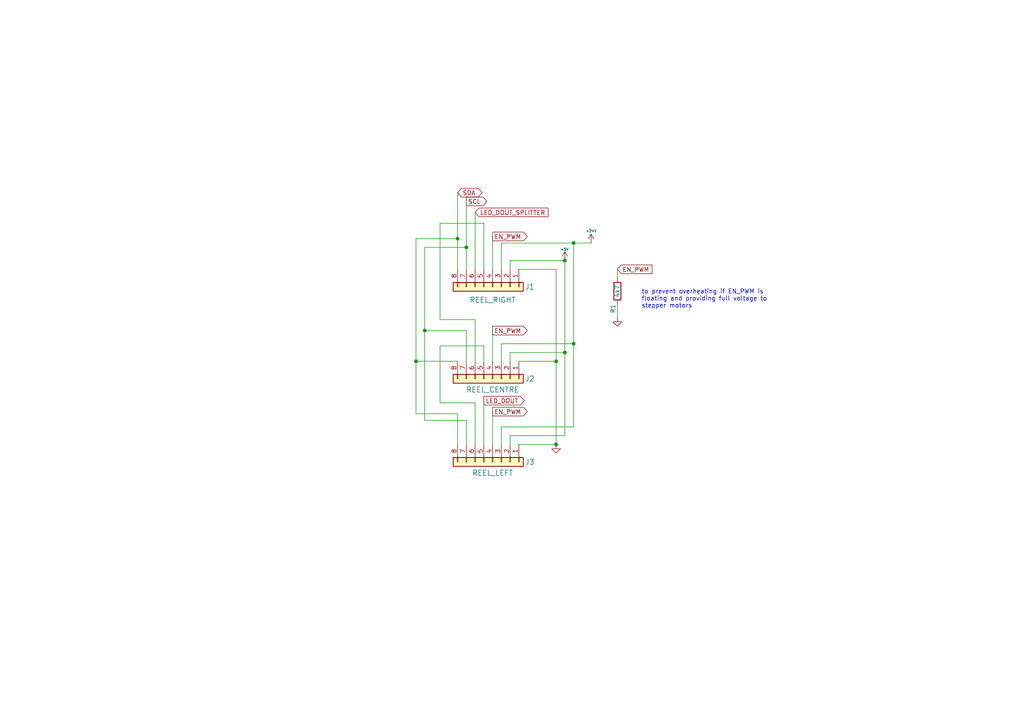
<source format=kicad_sch>
(kicad_sch (version 20211123) (generator eeschema)
  (paper "A4")
  (title_block (title "System22 CPU") (date "2022-09-28") (rev "1.0") (company "Woods Amusements"))
  (lib_symbols
    (symbol "Connector_Generic:Conn_01x08" (pin_names (offset 1.016) hide)
      (property "Reference" "J" (at 0 10.16 0))
      (property "Value" "Conn_01x08" (at 0 -12.7 0))
      (symbol "Conn_01x08_1_1"
        (rectangle (start -1.27 -10.033) (end 0 -10.287) (stroke (width 0.1524)))
        (rectangle (start -1.27 -7.493) (end 0 -7.747) (stroke (width 0.1524)))
        (rectangle (start -1.27 -4.953) (end 0 -5.207) (stroke (width 0.1524)))
        (rectangle (start -1.27 -2.413) (end 0 -2.667) (stroke (width 0.1524)))
        (rectangle (start -1.27 0.127) (end 0 -0.127) (stroke (width 0.1524)))
        (rectangle (start -1.27 2.667) (end 0 2.413) (stroke (width 0.1524)))
        (rectangle (start -1.27 5.207) (end 0 4.953) (stroke (width 0.1524)))
        (rectangle (start -1.27 7.747) (end 0 7.493) (stroke (width 0.1524)))
        (rectangle (start -1.27 8.89) (end 1.27 -11.43) (stroke (width 0.254)) (fill (type background)))
        (pin passive line (at -5.08 7.62 0) (length 3.81) (name "Pin_1") (number "1"))
        (pin passive line (at -5.08 5.08 0) (length 3.81) (name "Pin_2") (number "2"))
        (pin passive line (at -5.08 2.54 0) (length 3.81) (name "Pin_3") (number "3"))
        (pin passive line (at -5.08 0 0) (length 3.81) (name "Pin_4") (number "4"))
        (pin passive line (at -5.08 -2.54 0) (length 3.81) (name "Pin_5") (number "5"))
        (pin passive line (at -5.08 -5.08 0) (length 3.81) (name "Pin_6") (number "6"))
        (pin passive line (at -5.08 -7.62 0) (length 3.81) (name "Pin_7") (number "7"))
        (pin passive line (at -5.08 -10.16 0) (length 3.81) (name "Pin_8") (number "8"))
      )
    )
    (symbol "Device:R" (pin_numbers hide) (pin_names (offset 0))
      (property "Reference" "R" (at 2.032 0 90))
      (property "Value" "R" (at 0 0 90))
      (symbol "R_0_1"
        (rectangle (start -1.016 -2.54) (end 1.016 2.54) (stroke (width 0.254)))
      )
      (symbol "R_1_1"
        (pin passive line (at 0 3.81 270) (length 1.27) (name "~") (number "1"))
        (pin passive line (at 0 -3.81 90) (length 1.27) (name "~") (number "2"))
      )
    )
    (symbol "power:+24V" (power) (pin_names (offset 0))
      (property "Value" "+24V" (at 0 3.556 0))
      (symbol "+24V_0_1"
        (polyline (pts (xy -0.762 1.27) (xy 0 2.54)))
        (polyline (pts (xy 0 0) (xy 0 2.54)))
        (polyline (pts (xy 0 2.54) (xy 0.762 1.27)))
      )
      (symbol "+24V_1_1"
        (pin power_in line (at 0 0 90) (length 0) hide (name "+24V") (number "1"))
      )
    )
    (symbol "power:+5V" (power) (pin_names (offset 0))
      (property "Value" "+5V" (at 0 3.556 0))
      (symbol "+5V_0_1"
        (polyline (pts (xy -0.762 1.27) (xy 0 2.54)))
        (polyline (pts (xy 0 0) (xy 0 2.54)))
        (polyline (pts (xy 0 2.54) (xy 0.762 1.27)))
      )
      (symbol "+5V_1_1"
        (pin power_in line (at 0 0 90) (length 0) hide (name "+5V") (number "1"))
      )
    )
    (symbol "power:GND" (power) (pin_names (offset 0))
      (property "Value" "GND" (at 0 -3.81 0))
      (symbol "GND_0_1"
        (polyline (pts (xy 0 0) (xy 0 -1.27) (xy 1.27 -1.27) (xy 0 -2.54) (xy -1.27 -1.27) (xy 0 -1.27)))
      )
      (symbol "GND_1_1"
        (pin power_in line (at 0 0 270) (length 0) hide (name "GND") (number "1"))
      )
    )
  )
  (junction (at 166.37 99.695))
  (junction (at 163.83 102.235))
  (junction (at 161.29 104.775))
  (junction (at 161.29 128.905))
  (junction (at 132.715 69.215))
  (junction (at 163.83 75.565))
  (junction (at 166.37 70.485))
  (junction (at 120.65 104.775))
  (junction (at 123.19 95.885))
  (junction (at 135.255 71.755))
  (wire (pts (xy 137.795 61.595) (xy 137.795 78.105)))
  (wire (pts (xy 132.715 69.215) (xy 132.715 55.88)))
  (wire (pts (xy 140.335 64.77) (xy 127.635 64.77)))
  (wire (pts (xy 147.955 104.775) (xy 147.955 102.235)))
  (wire (pts (xy 120.65 69.215) (xy 120.65 104.775)))
  (wire (pts (xy 145.415 104.775) (xy 145.415 99.695)))
  (wire (pts (xy 163.83 126.365) (xy 163.83 102.235)))
  (wire (pts (xy 135.255 71.755) (xy 123.19 71.755)))
  (wire (pts (xy 132.715 69.215) (xy 120.65 69.215)))
  (wire (pts (xy 132.715 120.015) (xy 132.715 128.905)))
  (wire (pts (xy 135.255 121.92) (xy 135.255 128.905)))
  (wire (pts (xy 161.29 104.775) (xy 161.29 128.905)))
  (wire (pts (xy 145.415 78.105) (xy 145.415 70.485)))
  (wire (pts (xy 135.255 95.885) (xy 123.19 95.885)))
  (wire (pts (xy 140.335 100.33) (xy 127.635 100.33)))
  (wire (pts (xy 127.635 64.77) (xy 127.635 92.71)))
  (wire (pts (xy 179.07 78.105) (xy 179.07 80.645)))
  (wire (pts (xy 135.255 58.42) (xy 135.255 71.755)))
  (wire (pts (xy 145.415 123.825) (xy 166.37 123.825)))
  (wire (pts (xy 166.37 70.485) (xy 171.45 70.485)))
  (wire (pts (xy 147.955 102.235) (xy 163.83 102.235)))
  (wire (pts (xy 142.875 68.58) (xy 142.875 78.105)))
  (wire (pts (xy 145.415 70.485) (xy 166.37 70.485)))
  (wire (pts (xy 142.875 104.775) (xy 142.875 95.885)))
  (wire (pts (xy 132.715 78.105) (xy 132.715 69.215)))
  (wire (pts (xy 135.255 104.775) (xy 135.255 95.885)))
  (wire (pts (xy 145.415 99.695) (xy 166.37 99.695)))
  (wire (pts (xy 150.495 78.105) (xy 161.29 78.105)))
  (wire (pts (xy 123.19 121.92) (xy 135.255 121.92)))
  (wire (pts (xy 147.955 78.105) (xy 147.955 75.565)))
  (wire (pts (xy 179.07 88.265) (xy 179.07 92.075)))
  (wire (pts (xy 163.83 102.235) (xy 163.83 75.565)))
  (wire (pts (xy 120.65 120.015) (xy 132.715 120.015)))
  (wire (pts (xy 142.875 128.905) (xy 142.875 119.38)))
  (wire (pts (xy 150.495 128.905) (xy 161.29 128.905)))
  (wire (pts (xy 123.19 95.885) (xy 123.19 121.92)))
  (wire (pts (xy 140.335 104.775) (xy 140.335 100.33)))
  (wire (pts (xy 123.19 71.755) (xy 123.19 95.885)))
  (wire (pts (xy 161.29 78.105) (xy 161.29 104.775)))
  (wire (pts (xy 127.635 116.84) (xy 137.795 116.84)))
  (wire (pts (xy 137.795 92.71) (xy 137.795 104.775)))
  (wire (pts (xy 147.955 75.565) (xy 163.83 75.565)))
  (wire (pts (xy 140.335 116.205) (xy 140.335 128.905)))
  (wire (pts (xy 147.955 128.905) (xy 147.955 126.365)))
  (wire (pts (xy 127.635 92.71) (xy 137.795 92.71)))
  (wire (pts (xy 145.415 128.905) (xy 145.415 123.825)))
  (wire (pts (xy 166.37 99.695) (xy 166.37 70.485)))
  (wire (pts (xy 127.635 100.33) (xy 127.635 116.84)))
  (wire (pts (xy 137.795 116.84) (xy 137.795 128.905)))
  (wire (pts (xy 140.335 64.77) (xy 140.335 78.105)))
  (wire (pts (xy 120.65 104.775) (xy 120.65 120.015)))
  (wire (pts (xy 166.37 123.825) (xy 166.37 99.695)))
  (wire (pts (xy 147.955 126.365) (xy 163.83 126.365)))
  (wire (pts (xy 132.715 104.775) (xy 120.65 104.775)))
  (wire (pts (xy 150.495 104.775) (xy 161.29 104.775)))
  (wire (pts (xy 135.255 71.755) (xy 135.255 78.105)))
  (text "to prevent overheating if EN_PWM is \nfloating and providing full voltage to \nstepper motors" (at 186.055 89.535 0) (effects (font (size 1.27 1.27)) (justify left bottom)))
  (global_label "EN_PWM" (shape output) (at 142.875 68.58 0) (property "Intersheet References" "${INTERSHEET_REFS}" (effects hide)))
  (global_label "EN_PWM" (shape input) (at 179.07 78.105 0) (property "Intersheet References" "${INTERSHEET_REFS}" (effects hide)))
  (global_label "SDA" (shape bidirectional) (at 132.715 55.88 0) (property "Intersheet References" "${INTERSHEET_REFS}" (effects hide)))
  (global_label "LED_DOUT" (shape output) (at 140.335 116.205 0) (property "Intersheet References" "${INTERSHEET_REFS}" (effects hide)))
  (global_label "EN_PWM" (shape output) (at 142.875 95.885 0) (property "Intersheet References" "${INTERSHEET_REFS}" (effects hide)))
  (global_label "LED_DOUT_SPLITTER" (shape input) (at 137.795 61.595 0) (property "Intersheet References" "${INTERSHEET_REFS}" (effects hide)))
  (global_label "EN_PWM" (shape output) (at 142.875 119.38 0) (property "Intersheet References" "${INTERSHEET_REFS}" (effects hide)))
  (global_label "SCL" (shape output) (at 135.255 58.42 0) (property "Intersheet References" "${INTERSHEET_REFS}" (effects hide)))
  (symbol (lib_id "power:GND") (at 161.29 128.905 0) (unit 1)
    (property "Reference" "#PWR0105" (effects hide))
    (property "Value" "GND" (effects hide))
  )
  (symbol (lib_id "power:+5V") (at 163.83 75.565 0) (unit 1)
    (property "Reference" "#PWR0106" (effects hide))
    (property "Value" "+5V" (at 163.7284 72.3138 0) (effects (font (size 0.762 0.762))))
  )
  (symbol (lib_id "Connector_Generic:Conn_01x08") (at 142.875 109.855 270) (unit 1)
    (property "Reference" "J2" (at 153.67 109.855 90) (effects (font (size 1.524 1.524))))
    (property "Value" "REEL_CENTRE" (at 142.875 113.03 90) (effects (font (size 1.524 1.524))))
    (property "Footprint" "Connector_JST:JST_XH_B8B-XH-A_1x08_P2.50mm_Vertical" (effects hide))
  )
  (symbol (lib_id "Connector_Generic:Conn_01x08") (at 142.875 83.185 270) (unit 1)
    (property "Reference" "J1" (at 153.67 83.185 90) (effects (font (size 1.524 1.524))))
    (property "Value" "REEL_RIGHT" (at 142.875 86.995 90) (effects (font (size 1.524 1.524))))
    (property "Footprint" "Connector_JST:JST_XH_B8B-XH-A_1x08_P2.50mm_Vertical" (effects hide))
  )
  (symbol (lib_id "power:GND") (at 179.07 92.075 0) (unit 1)
    (property "Reference" "#PWR0110" (effects hide))
    (property "Value" "GND" (effects hide))
  )
  (symbol (lib_id "Device:R") (at 179.07 84.455 180) (unit 1)
    (property "Reference" "R1" (at 177.8 89.535 90))
    (property "Value" "4k7" (at 179.07 84.455 90))
    (property "Footprint" "Resistor_SMD:R_0805_2012Metric" (effects hide))
    (property "LCSC" "C17673" (effects hide))
    (property "JLC" "0805" (effects hide))
  )
  (symbol (lib_id "power:+24V") (at 171.45 70.485 0) (unit 1)
    (property "Reference" "#PWR0111" (effects hide))
    (property "Value" "+24V" (at 171.45 66.9798 0) (effects (font (size 0.762 0.762))))
  )
  (symbol (lib_id "Connector_Generic:Conn_01x08") (at 142.875 133.985 270) (unit 1)
    (property "Reference" "J3" (at 153.67 133.985 90) (effects (font (size 1.524 1.524))))
    (property "Value" "REEL_LEFT" (at 142.875 137.16 90) (effects (font (size 1.524 1.524))))
    (property "Footprint" "Connector_JST:JST_XH_B8B-XH-A_1x08_P2.50mm_Vertical" (effects hide))
  )
)
</source>
